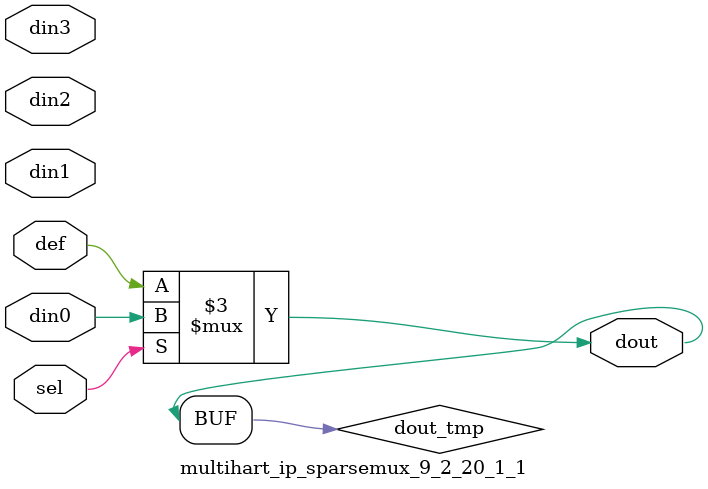
<source format=v>
`timescale 1ns / 1ps

module multihart_ip_sparsemux_9_2_20_1_1 (din0,din1,din2,din3,def,sel,dout);

parameter din0_WIDTH = 1;

parameter din1_WIDTH = 1;

parameter din2_WIDTH = 1;

parameter din3_WIDTH = 1;

parameter def_WIDTH = 1;
parameter sel_WIDTH = 1;
parameter dout_WIDTH = 1;

parameter [sel_WIDTH-1:0] CASE0 = 1;

parameter [sel_WIDTH-1:0] CASE1 = 1;

parameter [sel_WIDTH-1:0] CASE2 = 1;

parameter [sel_WIDTH-1:0] CASE3 = 1;

parameter ID = 1;
parameter NUM_STAGE = 1;



input [din0_WIDTH-1:0] din0;

input [din1_WIDTH-1:0] din1;

input [din2_WIDTH-1:0] din2;

input [din3_WIDTH-1:0] din3;

input [def_WIDTH-1:0] def;
input [sel_WIDTH-1:0] sel;

output [dout_WIDTH-1:0] dout;



reg [dout_WIDTH-1:0] dout_tmp;


always @ (*) begin
(* parallel_case *) case (sel)
    
    CASE0 : dout_tmp = din0;
    
    CASE1 : dout_tmp = din1;
    
    CASE2 : dout_tmp = din2;
    
    CASE3 : dout_tmp = din3;
    
    default : dout_tmp = def;
endcase
end


assign dout = dout_tmp;



endmodule

</source>
